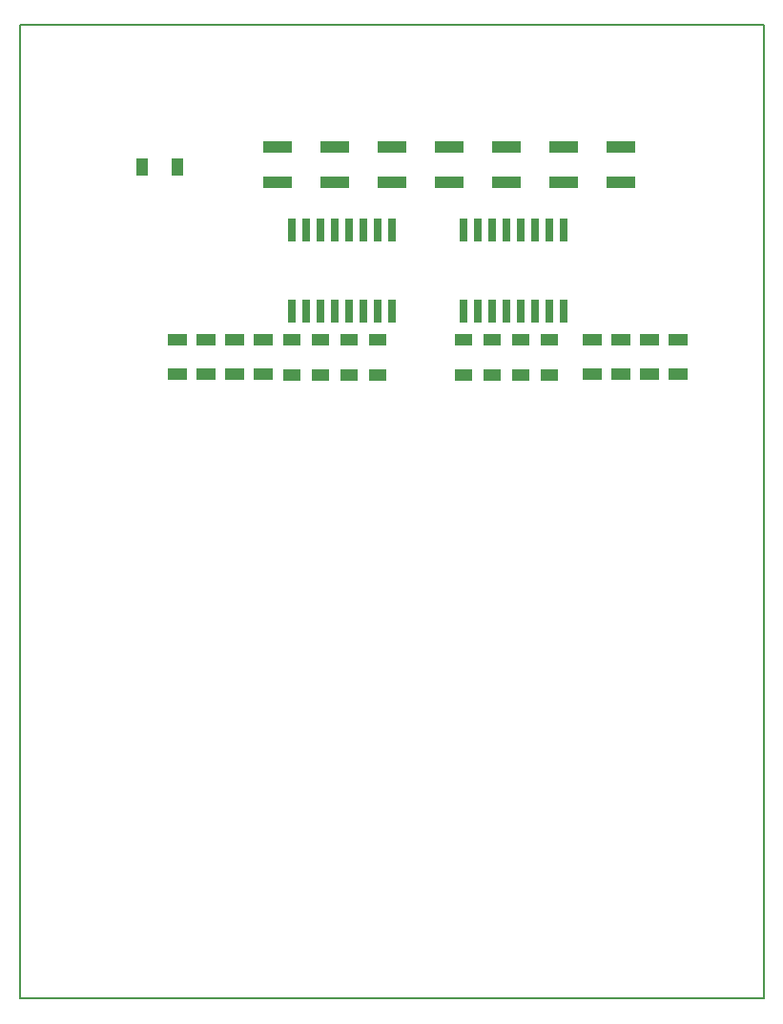
<source format=gbr>
G04 PROTEUS GERBER X2 FILE*
%TF.GenerationSoftware,Labcenter,Proteus,8.5-SP1-Build22252*%
%TF.CreationDate,2016-12-04T16:33:54+00:00*%
%TF.FileFunction,Paste,Top*%
%TF.FilePolarity,Positive*%
%TF.Part,Single*%
%FSLAX45Y45*%
%MOMM*%
G01*
%TA.AperFunction,Material*%
%ADD40R,1.016000X1.524000*%
%ADD41R,0.635000X2.032000*%
%ADD42R,2.540000X1.016000*%
%ADD43R,1.524000X1.016000*%
%ADD44R,1.752600X1.041400*%
%TA.AperFunction,Profile*%
%ADD24C,0.203200*%
D40*
X-14157960Y+11438000D03*
X-13843000Y+11438000D03*
D41*
X-11938000Y+10883900D03*
X-12065000Y+10883900D03*
X-12192000Y+10883900D03*
X-12319000Y+10883900D03*
X-12446000Y+10883900D03*
X-12573000Y+10883900D03*
X-12700000Y+10883900D03*
X-12827000Y+10883900D03*
X-12827000Y+10160000D03*
X-12700000Y+10160000D03*
X-12573000Y+10160000D03*
X-12446000Y+10160000D03*
X-12319000Y+10160000D03*
X-12192000Y+10160000D03*
X-12065000Y+10160000D03*
X-11938000Y+10160000D03*
X-10414000Y+10883900D03*
X-10541000Y+10883900D03*
X-10668000Y+10883900D03*
X-10795000Y+10883900D03*
X-10922000Y+10883900D03*
X-11049000Y+10883900D03*
X-11176000Y+10883900D03*
X-11303000Y+10883900D03*
X-11303000Y+10160000D03*
X-11176000Y+10160000D03*
X-11049000Y+10160000D03*
X-10922000Y+10160000D03*
X-10795000Y+10160000D03*
X-10668000Y+10160000D03*
X-10541000Y+10160000D03*
X-10414000Y+10160000D03*
D42*
X-12954000Y+11617960D03*
X-12954000Y+11303000D03*
X-12446000Y+11617960D03*
X-12446000Y+11303000D03*
X-11938000Y+11617960D03*
X-11938000Y+11303000D03*
X-11430000Y+11617960D03*
X-11430000Y+11303000D03*
X-10922000Y+11617960D03*
X-10922000Y+11303000D03*
X-10414000Y+11617960D03*
X-10414000Y+11303000D03*
X-9906000Y+11617960D03*
X-9906000Y+11303000D03*
D43*
X-10541000Y+9591040D03*
X-10541000Y+9906000D03*
X-10795000Y+9591040D03*
X-10795000Y+9906000D03*
X-11049000Y+9591040D03*
X-11049000Y+9906000D03*
X-11303000Y+9591040D03*
X-11303000Y+9906000D03*
X-12319000Y+9591040D03*
X-12319000Y+9906000D03*
X-12573000Y+9591040D03*
X-12573000Y+9906000D03*
X-12827000Y+9591040D03*
X-12827000Y+9906000D03*
D44*
X-13081000Y+9906000D03*
X-13081000Y+9606000D03*
X-13335000Y+9906000D03*
X-13335000Y+9606000D03*
X-13589000Y+9906000D03*
X-13589000Y+9606000D03*
X-13843000Y+9906000D03*
X-13843000Y+9606000D03*
X-9398000Y+9906000D03*
X-9398000Y+9606000D03*
X-9652000Y+9906000D03*
X-9652000Y+9606000D03*
X-9906000Y+9906000D03*
X-9906000Y+9606000D03*
X-10160000Y+9906000D03*
X-10160000Y+9606000D03*
D43*
X-12065000Y+9591040D03*
X-12065000Y+9906000D03*
D24*
X-15240000Y+4064000D02*
X-8636000Y+4064000D01*
X-8636000Y+12700000D01*
X-15240000Y+12700000D01*
X-15240000Y+4064000D01*
M02*

</source>
